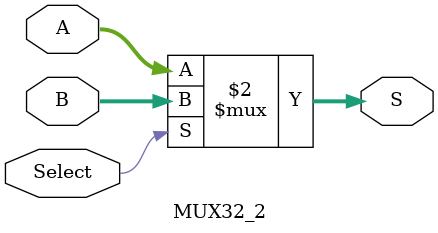
<source format=v>
module MUX32_2(
A,B,Select,S
    );
    input [31:0] A,B;
    input Select;
    output [31:0] S;
    assign S = (Select==0) ? A:B;
endmodule
</source>
